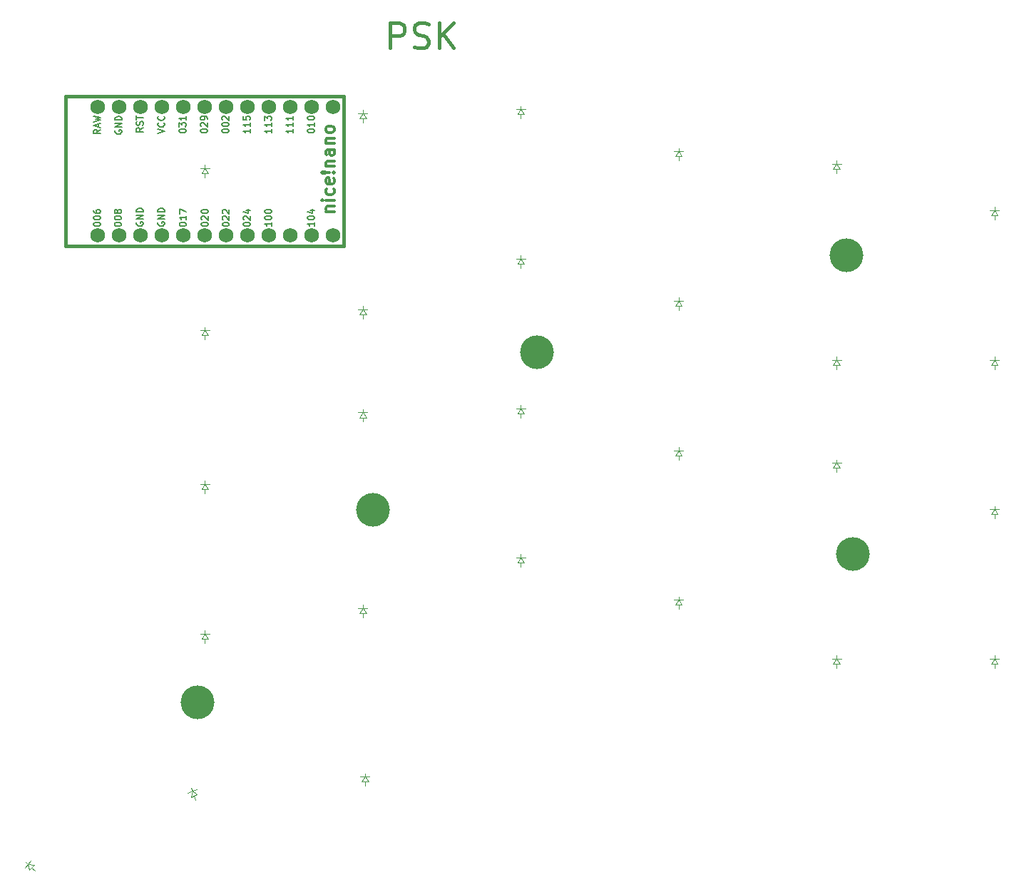
<source format=gbr>
%TF.GenerationSoftware,KiCad,Pcbnew,8.0.7*%
%TF.CreationDate,2024-12-27T12:50:11-06:00*%
%TF.ProjectId,right,72696768-742e-46b6-9963-61645f706362,v1.0.0*%
%TF.SameCoordinates,Original*%
%TF.FileFunction,Legend,Top*%
%TF.FilePolarity,Positive*%
%FSLAX46Y46*%
G04 Gerber Fmt 4.6, Leading zero omitted, Abs format (unit mm)*
G04 Created by KiCad (PCBNEW 8.0.7) date 2024-12-27 12:50:11*
%MOMM*%
%LPD*%
G01*
G04 APERTURE LIST*
%ADD10C,0.400000*%
%ADD11C,0.150000*%
%ADD12C,0.300000*%
%ADD13C,0.100000*%
%ADD14C,0.381000*%
%ADD15C,4.000000*%
%ADD16C,1.752600*%
G04 APERTURE END LIST*
D10*
X323527442Y-80617057D02*
X323527442Y-77617057D01*
X323527442Y-77617057D02*
X324670299Y-77617057D01*
X324670299Y-77617057D02*
X324956014Y-77759914D01*
X324956014Y-77759914D02*
X325098871Y-77902771D01*
X325098871Y-77902771D02*
X325241728Y-78188485D01*
X325241728Y-78188485D02*
X325241728Y-78617057D01*
X325241728Y-78617057D02*
X325098871Y-78902771D01*
X325098871Y-78902771D02*
X324956014Y-79045628D01*
X324956014Y-79045628D02*
X324670299Y-79188485D01*
X324670299Y-79188485D02*
X323527442Y-79188485D01*
X326384585Y-80474200D02*
X326813157Y-80617057D01*
X326813157Y-80617057D02*
X327527442Y-80617057D01*
X327527442Y-80617057D02*
X327813157Y-80474200D01*
X327813157Y-80474200D02*
X327956014Y-80331342D01*
X327956014Y-80331342D02*
X328098871Y-80045628D01*
X328098871Y-80045628D02*
X328098871Y-79759914D01*
X328098871Y-79759914D02*
X327956014Y-79474200D01*
X327956014Y-79474200D02*
X327813157Y-79331342D01*
X327813157Y-79331342D02*
X327527442Y-79188485D01*
X327527442Y-79188485D02*
X326956014Y-79045628D01*
X326956014Y-79045628D02*
X326670299Y-78902771D01*
X326670299Y-78902771D02*
X326527442Y-78759914D01*
X326527442Y-78759914D02*
X326384585Y-78474200D01*
X326384585Y-78474200D02*
X326384585Y-78188485D01*
X326384585Y-78188485D02*
X326527442Y-77902771D01*
X326527442Y-77902771D02*
X326670299Y-77759914D01*
X326670299Y-77759914D02*
X326956014Y-77617057D01*
X326956014Y-77617057D02*
X327670299Y-77617057D01*
X327670299Y-77617057D02*
X328098871Y-77759914D01*
X329384585Y-80617057D02*
X329384585Y-77617057D01*
X331098871Y-80617057D02*
X329813157Y-78902771D01*
X331098871Y-77617057D02*
X329384585Y-79331342D01*
D11*
X312002295Y-90246142D02*
X312002295Y-90703285D01*
X312002295Y-90474713D02*
X311202295Y-90474713D01*
X311202295Y-90474713D02*
X311316580Y-90550904D01*
X311316580Y-90550904D02*
X311392771Y-90627094D01*
X311392771Y-90627094D02*
X311430866Y-90703285D01*
X312002295Y-89484237D02*
X312002295Y-89941380D01*
X312002295Y-89712808D02*
X311202295Y-89712808D01*
X311202295Y-89712808D02*
X311316580Y-89788999D01*
X311316580Y-89788999D02*
X311392771Y-89865189D01*
X311392771Y-89865189D02*
X311430866Y-89941380D01*
X312002295Y-88722332D02*
X312002295Y-89179475D01*
X312002295Y-88950903D02*
X311202295Y-88950903D01*
X311202295Y-88950903D02*
X311316580Y-89027094D01*
X311316580Y-89027094D02*
X311392771Y-89103284D01*
X311392771Y-89103284D02*
X311430866Y-89179475D01*
X306122295Y-101587189D02*
X306122295Y-101510999D01*
X306122295Y-101510999D02*
X306160390Y-101434808D01*
X306160390Y-101434808D02*
X306198485Y-101396713D01*
X306198485Y-101396713D02*
X306274676Y-101358618D01*
X306274676Y-101358618D02*
X306427057Y-101320523D01*
X306427057Y-101320523D02*
X306617533Y-101320523D01*
X306617533Y-101320523D02*
X306769914Y-101358618D01*
X306769914Y-101358618D02*
X306846104Y-101396713D01*
X306846104Y-101396713D02*
X306884200Y-101434808D01*
X306884200Y-101434808D02*
X306922295Y-101510999D01*
X306922295Y-101510999D02*
X306922295Y-101587189D01*
X306922295Y-101587189D02*
X306884200Y-101663380D01*
X306884200Y-101663380D02*
X306846104Y-101701475D01*
X306846104Y-101701475D02*
X306769914Y-101739570D01*
X306769914Y-101739570D02*
X306617533Y-101777666D01*
X306617533Y-101777666D02*
X306427057Y-101777666D01*
X306427057Y-101777666D02*
X306274676Y-101739570D01*
X306274676Y-101739570D02*
X306198485Y-101701475D01*
X306198485Y-101701475D02*
X306160390Y-101663380D01*
X306160390Y-101663380D02*
X306122295Y-101587189D01*
X306198485Y-101015761D02*
X306160390Y-100977665D01*
X306160390Y-100977665D02*
X306122295Y-100901475D01*
X306122295Y-100901475D02*
X306122295Y-100710999D01*
X306122295Y-100710999D02*
X306160390Y-100634808D01*
X306160390Y-100634808D02*
X306198485Y-100596713D01*
X306198485Y-100596713D02*
X306274676Y-100558618D01*
X306274676Y-100558618D02*
X306350866Y-100558618D01*
X306350866Y-100558618D02*
X306465152Y-100596713D01*
X306465152Y-100596713D02*
X306922295Y-101053856D01*
X306922295Y-101053856D02*
X306922295Y-100558618D01*
X306388961Y-99872903D02*
X306922295Y-99872903D01*
X306084200Y-100063379D02*
X306655628Y-100253856D01*
X306655628Y-100253856D02*
X306655628Y-99758617D01*
X309462295Y-90246142D02*
X309462295Y-90703285D01*
X309462295Y-90474713D02*
X308662295Y-90474713D01*
X308662295Y-90474713D02*
X308776580Y-90550904D01*
X308776580Y-90550904D02*
X308852771Y-90627094D01*
X308852771Y-90627094D02*
X308890866Y-90703285D01*
X309462295Y-89484237D02*
X309462295Y-89941380D01*
X309462295Y-89712808D02*
X308662295Y-89712808D01*
X308662295Y-89712808D02*
X308776580Y-89788999D01*
X308776580Y-89788999D02*
X308852771Y-89865189D01*
X308852771Y-89865189D02*
X308890866Y-89941380D01*
X308662295Y-89217570D02*
X308662295Y-88722332D01*
X308662295Y-88722332D02*
X308967057Y-88988998D01*
X308967057Y-88988998D02*
X308967057Y-88874713D01*
X308967057Y-88874713D02*
X309005152Y-88798522D01*
X309005152Y-88798522D02*
X309043247Y-88760427D01*
X309043247Y-88760427D02*
X309119438Y-88722332D01*
X309119438Y-88722332D02*
X309309914Y-88722332D01*
X309309914Y-88722332D02*
X309386104Y-88760427D01*
X309386104Y-88760427D02*
X309424200Y-88798522D01*
X309424200Y-88798522D02*
X309462295Y-88874713D01*
X309462295Y-88874713D02*
X309462295Y-89103284D01*
X309462295Y-89103284D02*
X309424200Y-89179475D01*
X309424200Y-89179475D02*
X309386104Y-89217570D01*
X294222295Y-90100094D02*
X293841342Y-90366761D01*
X294222295Y-90557237D02*
X293422295Y-90557237D01*
X293422295Y-90557237D02*
X293422295Y-90252475D01*
X293422295Y-90252475D02*
X293460390Y-90176285D01*
X293460390Y-90176285D02*
X293498485Y-90138190D01*
X293498485Y-90138190D02*
X293574676Y-90100094D01*
X293574676Y-90100094D02*
X293688961Y-90100094D01*
X293688961Y-90100094D02*
X293765152Y-90138190D01*
X293765152Y-90138190D02*
X293803247Y-90176285D01*
X293803247Y-90176285D02*
X293841342Y-90252475D01*
X293841342Y-90252475D02*
X293841342Y-90557237D01*
X294184200Y-89795333D02*
X294222295Y-89681047D01*
X294222295Y-89681047D02*
X294222295Y-89490571D01*
X294222295Y-89490571D02*
X294184200Y-89414380D01*
X294184200Y-89414380D02*
X294146104Y-89376285D01*
X294146104Y-89376285D02*
X294069914Y-89338190D01*
X294069914Y-89338190D02*
X293993723Y-89338190D01*
X293993723Y-89338190D02*
X293917533Y-89376285D01*
X293917533Y-89376285D02*
X293879438Y-89414380D01*
X293879438Y-89414380D02*
X293841342Y-89490571D01*
X293841342Y-89490571D02*
X293803247Y-89642952D01*
X293803247Y-89642952D02*
X293765152Y-89719142D01*
X293765152Y-89719142D02*
X293727057Y-89757237D01*
X293727057Y-89757237D02*
X293650866Y-89795333D01*
X293650866Y-89795333D02*
X293574676Y-89795333D01*
X293574676Y-89795333D02*
X293498485Y-89757237D01*
X293498485Y-89757237D02*
X293460390Y-89719142D01*
X293460390Y-89719142D02*
X293422295Y-89642952D01*
X293422295Y-89642952D02*
X293422295Y-89452475D01*
X293422295Y-89452475D02*
X293460390Y-89338190D01*
X293422295Y-89109618D02*
X293422295Y-88652475D01*
X294222295Y-88881047D02*
X293422295Y-88881047D01*
X290920390Y-90404856D02*
X290882295Y-90481046D01*
X290882295Y-90481046D02*
X290882295Y-90595332D01*
X290882295Y-90595332D02*
X290920390Y-90709618D01*
X290920390Y-90709618D02*
X290996580Y-90785808D01*
X290996580Y-90785808D02*
X291072771Y-90823903D01*
X291072771Y-90823903D02*
X291225152Y-90861999D01*
X291225152Y-90861999D02*
X291339438Y-90861999D01*
X291339438Y-90861999D02*
X291491819Y-90823903D01*
X291491819Y-90823903D02*
X291568009Y-90785808D01*
X291568009Y-90785808D02*
X291644200Y-90709618D01*
X291644200Y-90709618D02*
X291682295Y-90595332D01*
X291682295Y-90595332D02*
X291682295Y-90519141D01*
X291682295Y-90519141D02*
X291644200Y-90404856D01*
X291644200Y-90404856D02*
X291606104Y-90366760D01*
X291606104Y-90366760D02*
X291339438Y-90366760D01*
X291339438Y-90366760D02*
X291339438Y-90519141D01*
X291682295Y-90023903D02*
X290882295Y-90023903D01*
X290882295Y-90023903D02*
X291682295Y-89566760D01*
X291682295Y-89566760D02*
X290882295Y-89566760D01*
X291682295Y-89185808D02*
X290882295Y-89185808D01*
X290882295Y-89185808D02*
X290882295Y-88995332D01*
X290882295Y-88995332D02*
X290920390Y-88881046D01*
X290920390Y-88881046D02*
X290996580Y-88804856D01*
X290996580Y-88804856D02*
X291072771Y-88766761D01*
X291072771Y-88766761D02*
X291225152Y-88728665D01*
X291225152Y-88728665D02*
X291339438Y-88728665D01*
X291339438Y-88728665D02*
X291491819Y-88766761D01*
X291491819Y-88766761D02*
X291568009Y-88804856D01*
X291568009Y-88804856D02*
X291644200Y-88881046D01*
X291644200Y-88881046D02*
X291682295Y-88995332D01*
X291682295Y-88995332D02*
X291682295Y-89185808D01*
X298512295Y-101587189D02*
X298512295Y-101510999D01*
X298512295Y-101510999D02*
X298550390Y-101434808D01*
X298550390Y-101434808D02*
X298588485Y-101396713D01*
X298588485Y-101396713D02*
X298664676Y-101358618D01*
X298664676Y-101358618D02*
X298817057Y-101320523D01*
X298817057Y-101320523D02*
X299007533Y-101320523D01*
X299007533Y-101320523D02*
X299159914Y-101358618D01*
X299159914Y-101358618D02*
X299236104Y-101396713D01*
X299236104Y-101396713D02*
X299274200Y-101434808D01*
X299274200Y-101434808D02*
X299312295Y-101510999D01*
X299312295Y-101510999D02*
X299312295Y-101587189D01*
X299312295Y-101587189D02*
X299274200Y-101663380D01*
X299274200Y-101663380D02*
X299236104Y-101701475D01*
X299236104Y-101701475D02*
X299159914Y-101739570D01*
X299159914Y-101739570D02*
X299007533Y-101777666D01*
X299007533Y-101777666D02*
X298817057Y-101777666D01*
X298817057Y-101777666D02*
X298664676Y-101739570D01*
X298664676Y-101739570D02*
X298588485Y-101701475D01*
X298588485Y-101701475D02*
X298550390Y-101663380D01*
X298550390Y-101663380D02*
X298512295Y-101587189D01*
X299312295Y-100558618D02*
X299312295Y-101015761D01*
X299312295Y-100787189D02*
X298512295Y-100787189D01*
X298512295Y-100787189D02*
X298626580Y-100863380D01*
X298626580Y-100863380D02*
X298702771Y-100939570D01*
X298702771Y-100939570D02*
X298740866Y-101015761D01*
X298512295Y-100291951D02*
X298512295Y-99758617D01*
X298512295Y-99758617D02*
X299312295Y-100101475D01*
X301112295Y-101587189D02*
X301112295Y-101510999D01*
X301112295Y-101510999D02*
X301150390Y-101434808D01*
X301150390Y-101434808D02*
X301188485Y-101396713D01*
X301188485Y-101396713D02*
X301264676Y-101358618D01*
X301264676Y-101358618D02*
X301417057Y-101320523D01*
X301417057Y-101320523D02*
X301607533Y-101320523D01*
X301607533Y-101320523D02*
X301759914Y-101358618D01*
X301759914Y-101358618D02*
X301836104Y-101396713D01*
X301836104Y-101396713D02*
X301874200Y-101434808D01*
X301874200Y-101434808D02*
X301912295Y-101510999D01*
X301912295Y-101510999D02*
X301912295Y-101587189D01*
X301912295Y-101587189D02*
X301874200Y-101663380D01*
X301874200Y-101663380D02*
X301836104Y-101701475D01*
X301836104Y-101701475D02*
X301759914Y-101739570D01*
X301759914Y-101739570D02*
X301607533Y-101777666D01*
X301607533Y-101777666D02*
X301417057Y-101777666D01*
X301417057Y-101777666D02*
X301264676Y-101739570D01*
X301264676Y-101739570D02*
X301188485Y-101701475D01*
X301188485Y-101701475D02*
X301150390Y-101663380D01*
X301150390Y-101663380D02*
X301112295Y-101587189D01*
X301188485Y-101015761D02*
X301150390Y-100977665D01*
X301150390Y-100977665D02*
X301112295Y-100901475D01*
X301112295Y-100901475D02*
X301112295Y-100710999D01*
X301112295Y-100710999D02*
X301150390Y-100634808D01*
X301150390Y-100634808D02*
X301188485Y-100596713D01*
X301188485Y-100596713D02*
X301264676Y-100558618D01*
X301264676Y-100558618D02*
X301340866Y-100558618D01*
X301340866Y-100558618D02*
X301455152Y-100596713D01*
X301455152Y-100596713D02*
X301912295Y-101053856D01*
X301912295Y-101053856D02*
X301912295Y-100558618D01*
X301112295Y-100063379D02*
X301112295Y-99987189D01*
X301112295Y-99987189D02*
X301150390Y-99910998D01*
X301150390Y-99910998D02*
X301188485Y-99872903D01*
X301188485Y-99872903D02*
X301264676Y-99834808D01*
X301264676Y-99834808D02*
X301417057Y-99796713D01*
X301417057Y-99796713D02*
X301607533Y-99796713D01*
X301607533Y-99796713D02*
X301759914Y-99834808D01*
X301759914Y-99834808D02*
X301836104Y-99872903D01*
X301836104Y-99872903D02*
X301874200Y-99910998D01*
X301874200Y-99910998D02*
X301912295Y-99987189D01*
X301912295Y-99987189D02*
X301912295Y-100063379D01*
X301912295Y-100063379D02*
X301874200Y-100139570D01*
X301874200Y-100139570D02*
X301836104Y-100177665D01*
X301836104Y-100177665D02*
X301759914Y-100215760D01*
X301759914Y-100215760D02*
X301607533Y-100253856D01*
X301607533Y-100253856D02*
X301417057Y-100253856D01*
X301417057Y-100253856D02*
X301264676Y-100215760D01*
X301264676Y-100215760D02*
X301188485Y-100177665D01*
X301188485Y-100177665D02*
X301150390Y-100139570D01*
X301150390Y-100139570D02*
X301112295Y-100063379D01*
X290812295Y-101587189D02*
X290812295Y-101510999D01*
X290812295Y-101510999D02*
X290850390Y-101434808D01*
X290850390Y-101434808D02*
X290888485Y-101396713D01*
X290888485Y-101396713D02*
X290964676Y-101358618D01*
X290964676Y-101358618D02*
X291117057Y-101320523D01*
X291117057Y-101320523D02*
X291307533Y-101320523D01*
X291307533Y-101320523D02*
X291459914Y-101358618D01*
X291459914Y-101358618D02*
X291536104Y-101396713D01*
X291536104Y-101396713D02*
X291574200Y-101434808D01*
X291574200Y-101434808D02*
X291612295Y-101510999D01*
X291612295Y-101510999D02*
X291612295Y-101587189D01*
X291612295Y-101587189D02*
X291574200Y-101663380D01*
X291574200Y-101663380D02*
X291536104Y-101701475D01*
X291536104Y-101701475D02*
X291459914Y-101739570D01*
X291459914Y-101739570D02*
X291307533Y-101777666D01*
X291307533Y-101777666D02*
X291117057Y-101777666D01*
X291117057Y-101777666D02*
X290964676Y-101739570D01*
X290964676Y-101739570D02*
X290888485Y-101701475D01*
X290888485Y-101701475D02*
X290850390Y-101663380D01*
X290850390Y-101663380D02*
X290812295Y-101587189D01*
X290812295Y-100825284D02*
X290812295Y-100749094D01*
X290812295Y-100749094D02*
X290850390Y-100672903D01*
X290850390Y-100672903D02*
X290888485Y-100634808D01*
X290888485Y-100634808D02*
X290964676Y-100596713D01*
X290964676Y-100596713D02*
X291117057Y-100558618D01*
X291117057Y-100558618D02*
X291307533Y-100558618D01*
X291307533Y-100558618D02*
X291459914Y-100596713D01*
X291459914Y-100596713D02*
X291536104Y-100634808D01*
X291536104Y-100634808D02*
X291574200Y-100672903D01*
X291574200Y-100672903D02*
X291612295Y-100749094D01*
X291612295Y-100749094D02*
X291612295Y-100825284D01*
X291612295Y-100825284D02*
X291574200Y-100901475D01*
X291574200Y-100901475D02*
X291536104Y-100939570D01*
X291536104Y-100939570D02*
X291459914Y-100977665D01*
X291459914Y-100977665D02*
X291307533Y-101015761D01*
X291307533Y-101015761D02*
X291117057Y-101015761D01*
X291117057Y-101015761D02*
X290964676Y-100977665D01*
X290964676Y-100977665D02*
X290888485Y-100939570D01*
X290888485Y-100939570D02*
X290850390Y-100901475D01*
X290850390Y-100901475D02*
X290812295Y-100825284D01*
X291155152Y-100101475D02*
X291117057Y-100177665D01*
X291117057Y-100177665D02*
X291078961Y-100215760D01*
X291078961Y-100215760D02*
X291002771Y-100253856D01*
X291002771Y-100253856D02*
X290964676Y-100253856D01*
X290964676Y-100253856D02*
X290888485Y-100215760D01*
X290888485Y-100215760D02*
X290850390Y-100177665D01*
X290850390Y-100177665D02*
X290812295Y-100101475D01*
X290812295Y-100101475D02*
X290812295Y-99949094D01*
X290812295Y-99949094D02*
X290850390Y-99872903D01*
X290850390Y-99872903D02*
X290888485Y-99834808D01*
X290888485Y-99834808D02*
X290964676Y-99796713D01*
X290964676Y-99796713D02*
X291002771Y-99796713D01*
X291002771Y-99796713D02*
X291078961Y-99834808D01*
X291078961Y-99834808D02*
X291117057Y-99872903D01*
X291117057Y-99872903D02*
X291155152Y-99949094D01*
X291155152Y-99949094D02*
X291155152Y-100101475D01*
X291155152Y-100101475D02*
X291193247Y-100177665D01*
X291193247Y-100177665D02*
X291231342Y-100215760D01*
X291231342Y-100215760D02*
X291307533Y-100253856D01*
X291307533Y-100253856D02*
X291459914Y-100253856D01*
X291459914Y-100253856D02*
X291536104Y-100215760D01*
X291536104Y-100215760D02*
X291574200Y-100177665D01*
X291574200Y-100177665D02*
X291612295Y-100101475D01*
X291612295Y-100101475D02*
X291612295Y-99949094D01*
X291612295Y-99949094D02*
X291574200Y-99872903D01*
X291574200Y-99872903D02*
X291536104Y-99834808D01*
X291536104Y-99834808D02*
X291459914Y-99796713D01*
X291459914Y-99796713D02*
X291307533Y-99796713D01*
X291307533Y-99796713D02*
X291231342Y-99834808D01*
X291231342Y-99834808D02*
X291193247Y-99872903D01*
X291193247Y-99872903D02*
X291155152Y-99949094D01*
X296000390Y-101320523D02*
X295962295Y-101396713D01*
X295962295Y-101396713D02*
X295962295Y-101510999D01*
X295962295Y-101510999D02*
X296000390Y-101625285D01*
X296000390Y-101625285D02*
X296076580Y-101701475D01*
X296076580Y-101701475D02*
X296152771Y-101739570D01*
X296152771Y-101739570D02*
X296305152Y-101777666D01*
X296305152Y-101777666D02*
X296419438Y-101777666D01*
X296419438Y-101777666D02*
X296571819Y-101739570D01*
X296571819Y-101739570D02*
X296648009Y-101701475D01*
X296648009Y-101701475D02*
X296724200Y-101625285D01*
X296724200Y-101625285D02*
X296762295Y-101510999D01*
X296762295Y-101510999D02*
X296762295Y-101434808D01*
X296762295Y-101434808D02*
X296724200Y-101320523D01*
X296724200Y-101320523D02*
X296686104Y-101282427D01*
X296686104Y-101282427D02*
X296419438Y-101282427D01*
X296419438Y-101282427D02*
X296419438Y-101434808D01*
X296762295Y-100939570D02*
X295962295Y-100939570D01*
X295962295Y-100939570D02*
X296762295Y-100482427D01*
X296762295Y-100482427D02*
X295962295Y-100482427D01*
X296762295Y-100101475D02*
X295962295Y-100101475D01*
X295962295Y-100101475D02*
X295962295Y-99910999D01*
X295962295Y-99910999D02*
X296000390Y-99796713D01*
X296000390Y-99796713D02*
X296076580Y-99720523D01*
X296076580Y-99720523D02*
X296152771Y-99682428D01*
X296152771Y-99682428D02*
X296305152Y-99644332D01*
X296305152Y-99644332D02*
X296419438Y-99644332D01*
X296419438Y-99644332D02*
X296571819Y-99682428D01*
X296571819Y-99682428D02*
X296648009Y-99720523D01*
X296648009Y-99720523D02*
X296724200Y-99796713D01*
X296724200Y-99796713D02*
X296762295Y-99910999D01*
X296762295Y-99910999D02*
X296762295Y-100101475D01*
X298502295Y-90512808D02*
X298502295Y-90436618D01*
X298502295Y-90436618D02*
X298540390Y-90360427D01*
X298540390Y-90360427D02*
X298578485Y-90322332D01*
X298578485Y-90322332D02*
X298654676Y-90284237D01*
X298654676Y-90284237D02*
X298807057Y-90246142D01*
X298807057Y-90246142D02*
X298997533Y-90246142D01*
X298997533Y-90246142D02*
X299149914Y-90284237D01*
X299149914Y-90284237D02*
X299226104Y-90322332D01*
X299226104Y-90322332D02*
X299264200Y-90360427D01*
X299264200Y-90360427D02*
X299302295Y-90436618D01*
X299302295Y-90436618D02*
X299302295Y-90512808D01*
X299302295Y-90512808D02*
X299264200Y-90588999D01*
X299264200Y-90588999D02*
X299226104Y-90627094D01*
X299226104Y-90627094D02*
X299149914Y-90665189D01*
X299149914Y-90665189D02*
X298997533Y-90703285D01*
X298997533Y-90703285D02*
X298807057Y-90703285D01*
X298807057Y-90703285D02*
X298654676Y-90665189D01*
X298654676Y-90665189D02*
X298578485Y-90627094D01*
X298578485Y-90627094D02*
X298540390Y-90588999D01*
X298540390Y-90588999D02*
X298502295Y-90512808D01*
X298502295Y-89979475D02*
X298502295Y-89484237D01*
X298502295Y-89484237D02*
X298807057Y-89750903D01*
X298807057Y-89750903D02*
X298807057Y-89636618D01*
X298807057Y-89636618D02*
X298845152Y-89560427D01*
X298845152Y-89560427D02*
X298883247Y-89522332D01*
X298883247Y-89522332D02*
X298959438Y-89484237D01*
X298959438Y-89484237D02*
X299149914Y-89484237D01*
X299149914Y-89484237D02*
X299226104Y-89522332D01*
X299226104Y-89522332D02*
X299264200Y-89560427D01*
X299264200Y-89560427D02*
X299302295Y-89636618D01*
X299302295Y-89636618D02*
X299302295Y-89865189D01*
X299302295Y-89865189D02*
X299264200Y-89941380D01*
X299264200Y-89941380D02*
X299226104Y-89979475D01*
X299302295Y-88722332D02*
X299302295Y-89179475D01*
X299302295Y-88950903D02*
X298502295Y-88950903D01*
X298502295Y-88950903D02*
X298616580Y-89027094D01*
X298616580Y-89027094D02*
X298692771Y-89103284D01*
X298692771Y-89103284D02*
X298730866Y-89179475D01*
D12*
X315890328Y-100031714D02*
X316890328Y-100031714D01*
X316033185Y-100031714D02*
X315961757Y-99960285D01*
X315961757Y-99960285D02*
X315890328Y-99817428D01*
X315890328Y-99817428D02*
X315890328Y-99603142D01*
X315890328Y-99603142D02*
X315961757Y-99460285D01*
X315961757Y-99460285D02*
X316104614Y-99388857D01*
X316104614Y-99388857D02*
X316890328Y-99388857D01*
X316890328Y-98674571D02*
X315890328Y-98674571D01*
X315390328Y-98674571D02*
X315461757Y-98745999D01*
X315461757Y-98745999D02*
X315533185Y-98674571D01*
X315533185Y-98674571D02*
X315461757Y-98603142D01*
X315461757Y-98603142D02*
X315390328Y-98674571D01*
X315390328Y-98674571D02*
X315533185Y-98674571D01*
X316818900Y-97317428D02*
X316890328Y-97460285D01*
X316890328Y-97460285D02*
X316890328Y-97745999D01*
X316890328Y-97745999D02*
X316818900Y-97888856D01*
X316818900Y-97888856D02*
X316747471Y-97960285D01*
X316747471Y-97960285D02*
X316604614Y-98031713D01*
X316604614Y-98031713D02*
X316176042Y-98031713D01*
X316176042Y-98031713D02*
X316033185Y-97960285D01*
X316033185Y-97960285D02*
X315961757Y-97888856D01*
X315961757Y-97888856D02*
X315890328Y-97745999D01*
X315890328Y-97745999D02*
X315890328Y-97460285D01*
X315890328Y-97460285D02*
X315961757Y-97317428D01*
X316818900Y-96103142D02*
X316890328Y-96245999D01*
X316890328Y-96245999D02*
X316890328Y-96531714D01*
X316890328Y-96531714D02*
X316818900Y-96674571D01*
X316818900Y-96674571D02*
X316676042Y-96745999D01*
X316676042Y-96745999D02*
X316104614Y-96745999D01*
X316104614Y-96745999D02*
X315961757Y-96674571D01*
X315961757Y-96674571D02*
X315890328Y-96531714D01*
X315890328Y-96531714D02*
X315890328Y-96245999D01*
X315890328Y-96245999D02*
X315961757Y-96103142D01*
X315961757Y-96103142D02*
X316104614Y-96031714D01*
X316104614Y-96031714D02*
X316247471Y-96031714D01*
X316247471Y-96031714D02*
X316390328Y-96745999D01*
X316747471Y-95388857D02*
X316818900Y-95317428D01*
X316818900Y-95317428D02*
X316890328Y-95388857D01*
X316890328Y-95388857D02*
X316818900Y-95460285D01*
X316818900Y-95460285D02*
X316747471Y-95388857D01*
X316747471Y-95388857D02*
X316890328Y-95388857D01*
X316318900Y-95388857D02*
X315461757Y-95460285D01*
X315461757Y-95460285D02*
X315390328Y-95388857D01*
X315390328Y-95388857D02*
X315461757Y-95317428D01*
X315461757Y-95317428D02*
X316318900Y-95388857D01*
X316318900Y-95388857D02*
X315390328Y-95388857D01*
X315890328Y-94674571D02*
X316890328Y-94674571D01*
X316033185Y-94674571D02*
X315961757Y-94603142D01*
X315961757Y-94603142D02*
X315890328Y-94460285D01*
X315890328Y-94460285D02*
X315890328Y-94245999D01*
X315890328Y-94245999D02*
X315961757Y-94103142D01*
X315961757Y-94103142D02*
X316104614Y-94031714D01*
X316104614Y-94031714D02*
X316890328Y-94031714D01*
X316890328Y-92674571D02*
X316104614Y-92674571D01*
X316104614Y-92674571D02*
X315961757Y-92745999D01*
X315961757Y-92745999D02*
X315890328Y-92888856D01*
X315890328Y-92888856D02*
X315890328Y-93174571D01*
X315890328Y-93174571D02*
X315961757Y-93317428D01*
X316818900Y-92674571D02*
X316890328Y-92817428D01*
X316890328Y-92817428D02*
X316890328Y-93174571D01*
X316890328Y-93174571D02*
X316818900Y-93317428D01*
X316818900Y-93317428D02*
X316676042Y-93388856D01*
X316676042Y-93388856D02*
X316533185Y-93388856D01*
X316533185Y-93388856D02*
X316390328Y-93317428D01*
X316390328Y-93317428D02*
X316318900Y-93174571D01*
X316318900Y-93174571D02*
X316318900Y-92817428D01*
X316318900Y-92817428D02*
X316247471Y-92674571D01*
X315890328Y-91960285D02*
X316890328Y-91960285D01*
X316033185Y-91960285D02*
X315961757Y-91888856D01*
X315961757Y-91888856D02*
X315890328Y-91745999D01*
X315890328Y-91745999D02*
X315890328Y-91531713D01*
X315890328Y-91531713D02*
X315961757Y-91388856D01*
X315961757Y-91388856D02*
X316104614Y-91317428D01*
X316104614Y-91317428D02*
X316890328Y-91317428D01*
X316890328Y-90388856D02*
X316818900Y-90531713D01*
X316818900Y-90531713D02*
X316747471Y-90603142D01*
X316747471Y-90603142D02*
X316604614Y-90674570D01*
X316604614Y-90674570D02*
X316176042Y-90674570D01*
X316176042Y-90674570D02*
X316033185Y-90603142D01*
X316033185Y-90603142D02*
X315961757Y-90531713D01*
X315961757Y-90531713D02*
X315890328Y-90388856D01*
X315890328Y-90388856D02*
X315890328Y-90174570D01*
X315890328Y-90174570D02*
X315961757Y-90031713D01*
X315961757Y-90031713D02*
X316033185Y-89960285D01*
X316033185Y-89960285D02*
X316176042Y-89888856D01*
X316176042Y-89888856D02*
X316604614Y-89888856D01*
X316604614Y-89888856D02*
X316747471Y-89960285D01*
X316747471Y-89960285D02*
X316818900Y-90031713D01*
X316818900Y-90031713D02*
X316890328Y-90174570D01*
X316890328Y-90174570D02*
X316890328Y-90388856D01*
D11*
X309462295Y-101320523D02*
X309462295Y-101777666D01*
X309462295Y-101549094D02*
X308662295Y-101549094D01*
X308662295Y-101549094D02*
X308776580Y-101625285D01*
X308776580Y-101625285D02*
X308852771Y-101701475D01*
X308852771Y-101701475D02*
X308890866Y-101777666D01*
X308662295Y-100825284D02*
X308662295Y-100749094D01*
X308662295Y-100749094D02*
X308700390Y-100672903D01*
X308700390Y-100672903D02*
X308738485Y-100634808D01*
X308738485Y-100634808D02*
X308814676Y-100596713D01*
X308814676Y-100596713D02*
X308967057Y-100558618D01*
X308967057Y-100558618D02*
X309157533Y-100558618D01*
X309157533Y-100558618D02*
X309309914Y-100596713D01*
X309309914Y-100596713D02*
X309386104Y-100634808D01*
X309386104Y-100634808D02*
X309424200Y-100672903D01*
X309424200Y-100672903D02*
X309462295Y-100749094D01*
X309462295Y-100749094D02*
X309462295Y-100825284D01*
X309462295Y-100825284D02*
X309424200Y-100901475D01*
X309424200Y-100901475D02*
X309386104Y-100939570D01*
X309386104Y-100939570D02*
X309309914Y-100977665D01*
X309309914Y-100977665D02*
X309157533Y-101015761D01*
X309157533Y-101015761D02*
X308967057Y-101015761D01*
X308967057Y-101015761D02*
X308814676Y-100977665D01*
X308814676Y-100977665D02*
X308738485Y-100939570D01*
X308738485Y-100939570D02*
X308700390Y-100901475D01*
X308700390Y-100901475D02*
X308662295Y-100825284D01*
X308662295Y-100063379D02*
X308662295Y-99987189D01*
X308662295Y-99987189D02*
X308700390Y-99910998D01*
X308700390Y-99910998D02*
X308738485Y-99872903D01*
X308738485Y-99872903D02*
X308814676Y-99834808D01*
X308814676Y-99834808D02*
X308967057Y-99796713D01*
X308967057Y-99796713D02*
X309157533Y-99796713D01*
X309157533Y-99796713D02*
X309309914Y-99834808D01*
X309309914Y-99834808D02*
X309386104Y-99872903D01*
X309386104Y-99872903D02*
X309424200Y-99910998D01*
X309424200Y-99910998D02*
X309462295Y-99987189D01*
X309462295Y-99987189D02*
X309462295Y-100063379D01*
X309462295Y-100063379D02*
X309424200Y-100139570D01*
X309424200Y-100139570D02*
X309386104Y-100177665D01*
X309386104Y-100177665D02*
X309309914Y-100215760D01*
X309309914Y-100215760D02*
X309157533Y-100253856D01*
X309157533Y-100253856D02*
X308967057Y-100253856D01*
X308967057Y-100253856D02*
X308814676Y-100215760D01*
X308814676Y-100215760D02*
X308738485Y-100177665D01*
X308738485Y-100177665D02*
X308700390Y-100139570D01*
X308700390Y-100139570D02*
X308662295Y-100063379D01*
X293460390Y-101320523D02*
X293422295Y-101396713D01*
X293422295Y-101396713D02*
X293422295Y-101510999D01*
X293422295Y-101510999D02*
X293460390Y-101625285D01*
X293460390Y-101625285D02*
X293536580Y-101701475D01*
X293536580Y-101701475D02*
X293612771Y-101739570D01*
X293612771Y-101739570D02*
X293765152Y-101777666D01*
X293765152Y-101777666D02*
X293879438Y-101777666D01*
X293879438Y-101777666D02*
X294031819Y-101739570D01*
X294031819Y-101739570D02*
X294108009Y-101701475D01*
X294108009Y-101701475D02*
X294184200Y-101625285D01*
X294184200Y-101625285D02*
X294222295Y-101510999D01*
X294222295Y-101510999D02*
X294222295Y-101434808D01*
X294222295Y-101434808D02*
X294184200Y-101320523D01*
X294184200Y-101320523D02*
X294146104Y-101282427D01*
X294146104Y-101282427D02*
X293879438Y-101282427D01*
X293879438Y-101282427D02*
X293879438Y-101434808D01*
X294222295Y-100939570D02*
X293422295Y-100939570D01*
X293422295Y-100939570D02*
X294222295Y-100482427D01*
X294222295Y-100482427D02*
X293422295Y-100482427D01*
X294222295Y-100101475D02*
X293422295Y-100101475D01*
X293422295Y-100101475D02*
X293422295Y-99910999D01*
X293422295Y-99910999D02*
X293460390Y-99796713D01*
X293460390Y-99796713D02*
X293536580Y-99720523D01*
X293536580Y-99720523D02*
X293612771Y-99682428D01*
X293612771Y-99682428D02*
X293765152Y-99644332D01*
X293765152Y-99644332D02*
X293879438Y-99644332D01*
X293879438Y-99644332D02*
X294031819Y-99682428D01*
X294031819Y-99682428D02*
X294108009Y-99720523D01*
X294108009Y-99720523D02*
X294184200Y-99796713D01*
X294184200Y-99796713D02*
X294222295Y-99910999D01*
X294222295Y-99910999D02*
X294222295Y-100101475D01*
X301042295Y-90512808D02*
X301042295Y-90436618D01*
X301042295Y-90436618D02*
X301080390Y-90360427D01*
X301080390Y-90360427D02*
X301118485Y-90322332D01*
X301118485Y-90322332D02*
X301194676Y-90284237D01*
X301194676Y-90284237D02*
X301347057Y-90246142D01*
X301347057Y-90246142D02*
X301537533Y-90246142D01*
X301537533Y-90246142D02*
X301689914Y-90284237D01*
X301689914Y-90284237D02*
X301766104Y-90322332D01*
X301766104Y-90322332D02*
X301804200Y-90360427D01*
X301804200Y-90360427D02*
X301842295Y-90436618D01*
X301842295Y-90436618D02*
X301842295Y-90512808D01*
X301842295Y-90512808D02*
X301804200Y-90588999D01*
X301804200Y-90588999D02*
X301766104Y-90627094D01*
X301766104Y-90627094D02*
X301689914Y-90665189D01*
X301689914Y-90665189D02*
X301537533Y-90703285D01*
X301537533Y-90703285D02*
X301347057Y-90703285D01*
X301347057Y-90703285D02*
X301194676Y-90665189D01*
X301194676Y-90665189D02*
X301118485Y-90627094D01*
X301118485Y-90627094D02*
X301080390Y-90588999D01*
X301080390Y-90588999D02*
X301042295Y-90512808D01*
X301118485Y-89941380D02*
X301080390Y-89903284D01*
X301080390Y-89903284D02*
X301042295Y-89827094D01*
X301042295Y-89827094D02*
X301042295Y-89636618D01*
X301042295Y-89636618D02*
X301080390Y-89560427D01*
X301080390Y-89560427D02*
X301118485Y-89522332D01*
X301118485Y-89522332D02*
X301194676Y-89484237D01*
X301194676Y-89484237D02*
X301270866Y-89484237D01*
X301270866Y-89484237D02*
X301385152Y-89522332D01*
X301385152Y-89522332D02*
X301842295Y-89979475D01*
X301842295Y-89979475D02*
X301842295Y-89484237D01*
X301842295Y-89103284D02*
X301842295Y-88950903D01*
X301842295Y-88950903D02*
X301804200Y-88874713D01*
X301804200Y-88874713D02*
X301766104Y-88836617D01*
X301766104Y-88836617D02*
X301651819Y-88760427D01*
X301651819Y-88760427D02*
X301499438Y-88722332D01*
X301499438Y-88722332D02*
X301194676Y-88722332D01*
X301194676Y-88722332D02*
X301118485Y-88760427D01*
X301118485Y-88760427D02*
X301080390Y-88798522D01*
X301080390Y-88798522D02*
X301042295Y-88874713D01*
X301042295Y-88874713D02*
X301042295Y-89027094D01*
X301042295Y-89027094D02*
X301080390Y-89103284D01*
X301080390Y-89103284D02*
X301118485Y-89141379D01*
X301118485Y-89141379D02*
X301194676Y-89179475D01*
X301194676Y-89179475D02*
X301385152Y-89179475D01*
X301385152Y-89179475D02*
X301461342Y-89141379D01*
X301461342Y-89141379D02*
X301499438Y-89103284D01*
X301499438Y-89103284D02*
X301537533Y-89027094D01*
X301537533Y-89027094D02*
X301537533Y-88874713D01*
X301537533Y-88874713D02*
X301499438Y-88798522D01*
X301499438Y-88798522D02*
X301461342Y-88760427D01*
X301461342Y-88760427D02*
X301385152Y-88722332D01*
X313742295Y-90512808D02*
X313742295Y-90436618D01*
X313742295Y-90436618D02*
X313780390Y-90360427D01*
X313780390Y-90360427D02*
X313818485Y-90322332D01*
X313818485Y-90322332D02*
X313894676Y-90284237D01*
X313894676Y-90284237D02*
X314047057Y-90246142D01*
X314047057Y-90246142D02*
X314237533Y-90246142D01*
X314237533Y-90246142D02*
X314389914Y-90284237D01*
X314389914Y-90284237D02*
X314466104Y-90322332D01*
X314466104Y-90322332D02*
X314504200Y-90360427D01*
X314504200Y-90360427D02*
X314542295Y-90436618D01*
X314542295Y-90436618D02*
X314542295Y-90512808D01*
X314542295Y-90512808D02*
X314504200Y-90588999D01*
X314504200Y-90588999D02*
X314466104Y-90627094D01*
X314466104Y-90627094D02*
X314389914Y-90665189D01*
X314389914Y-90665189D02*
X314237533Y-90703285D01*
X314237533Y-90703285D02*
X314047057Y-90703285D01*
X314047057Y-90703285D02*
X313894676Y-90665189D01*
X313894676Y-90665189D02*
X313818485Y-90627094D01*
X313818485Y-90627094D02*
X313780390Y-90588999D01*
X313780390Y-90588999D02*
X313742295Y-90512808D01*
X314542295Y-89484237D02*
X314542295Y-89941380D01*
X314542295Y-89712808D02*
X313742295Y-89712808D01*
X313742295Y-89712808D02*
X313856580Y-89788999D01*
X313856580Y-89788999D02*
X313932771Y-89865189D01*
X313932771Y-89865189D02*
X313970866Y-89941380D01*
X313742295Y-88988998D02*
X313742295Y-88912808D01*
X313742295Y-88912808D02*
X313780390Y-88836617D01*
X313780390Y-88836617D02*
X313818485Y-88798522D01*
X313818485Y-88798522D02*
X313894676Y-88760427D01*
X313894676Y-88760427D02*
X314047057Y-88722332D01*
X314047057Y-88722332D02*
X314237533Y-88722332D01*
X314237533Y-88722332D02*
X314389914Y-88760427D01*
X314389914Y-88760427D02*
X314466104Y-88798522D01*
X314466104Y-88798522D02*
X314504200Y-88836617D01*
X314504200Y-88836617D02*
X314542295Y-88912808D01*
X314542295Y-88912808D02*
X314542295Y-88988998D01*
X314542295Y-88988998D02*
X314504200Y-89065189D01*
X314504200Y-89065189D02*
X314466104Y-89103284D01*
X314466104Y-89103284D02*
X314389914Y-89141379D01*
X314389914Y-89141379D02*
X314237533Y-89179475D01*
X314237533Y-89179475D02*
X314047057Y-89179475D01*
X314047057Y-89179475D02*
X313894676Y-89141379D01*
X313894676Y-89141379D02*
X313818485Y-89103284D01*
X313818485Y-89103284D02*
X313780390Y-89065189D01*
X313780390Y-89065189D02*
X313742295Y-88988998D01*
X303612295Y-101587189D02*
X303612295Y-101510999D01*
X303612295Y-101510999D02*
X303650390Y-101434808D01*
X303650390Y-101434808D02*
X303688485Y-101396713D01*
X303688485Y-101396713D02*
X303764676Y-101358618D01*
X303764676Y-101358618D02*
X303917057Y-101320523D01*
X303917057Y-101320523D02*
X304107533Y-101320523D01*
X304107533Y-101320523D02*
X304259914Y-101358618D01*
X304259914Y-101358618D02*
X304336104Y-101396713D01*
X304336104Y-101396713D02*
X304374200Y-101434808D01*
X304374200Y-101434808D02*
X304412295Y-101510999D01*
X304412295Y-101510999D02*
X304412295Y-101587189D01*
X304412295Y-101587189D02*
X304374200Y-101663380D01*
X304374200Y-101663380D02*
X304336104Y-101701475D01*
X304336104Y-101701475D02*
X304259914Y-101739570D01*
X304259914Y-101739570D02*
X304107533Y-101777666D01*
X304107533Y-101777666D02*
X303917057Y-101777666D01*
X303917057Y-101777666D02*
X303764676Y-101739570D01*
X303764676Y-101739570D02*
X303688485Y-101701475D01*
X303688485Y-101701475D02*
X303650390Y-101663380D01*
X303650390Y-101663380D02*
X303612295Y-101587189D01*
X303688485Y-101015761D02*
X303650390Y-100977665D01*
X303650390Y-100977665D02*
X303612295Y-100901475D01*
X303612295Y-100901475D02*
X303612295Y-100710999D01*
X303612295Y-100710999D02*
X303650390Y-100634808D01*
X303650390Y-100634808D02*
X303688485Y-100596713D01*
X303688485Y-100596713D02*
X303764676Y-100558618D01*
X303764676Y-100558618D02*
X303840866Y-100558618D01*
X303840866Y-100558618D02*
X303955152Y-100596713D01*
X303955152Y-100596713D02*
X304412295Y-101053856D01*
X304412295Y-101053856D02*
X304412295Y-100558618D01*
X303688485Y-100253856D02*
X303650390Y-100215760D01*
X303650390Y-100215760D02*
X303612295Y-100139570D01*
X303612295Y-100139570D02*
X303612295Y-99949094D01*
X303612295Y-99949094D02*
X303650390Y-99872903D01*
X303650390Y-99872903D02*
X303688485Y-99834808D01*
X303688485Y-99834808D02*
X303764676Y-99796713D01*
X303764676Y-99796713D02*
X303840866Y-99796713D01*
X303840866Y-99796713D02*
X303955152Y-99834808D01*
X303955152Y-99834808D02*
X304412295Y-100291951D01*
X304412295Y-100291951D02*
X304412295Y-99796713D01*
X295962295Y-90779475D02*
X296762295Y-90512808D01*
X296762295Y-90512808D02*
X295962295Y-90246142D01*
X296686104Y-89522332D02*
X296724200Y-89560428D01*
X296724200Y-89560428D02*
X296762295Y-89674713D01*
X296762295Y-89674713D02*
X296762295Y-89750904D01*
X296762295Y-89750904D02*
X296724200Y-89865190D01*
X296724200Y-89865190D02*
X296648009Y-89941380D01*
X296648009Y-89941380D02*
X296571819Y-89979475D01*
X296571819Y-89979475D02*
X296419438Y-90017571D01*
X296419438Y-90017571D02*
X296305152Y-90017571D01*
X296305152Y-90017571D02*
X296152771Y-89979475D01*
X296152771Y-89979475D02*
X296076580Y-89941380D01*
X296076580Y-89941380D02*
X296000390Y-89865190D01*
X296000390Y-89865190D02*
X295962295Y-89750904D01*
X295962295Y-89750904D02*
X295962295Y-89674713D01*
X295962295Y-89674713D02*
X296000390Y-89560428D01*
X296000390Y-89560428D02*
X296038485Y-89522332D01*
X296686104Y-88722332D02*
X296724200Y-88760428D01*
X296724200Y-88760428D02*
X296762295Y-88874713D01*
X296762295Y-88874713D02*
X296762295Y-88950904D01*
X296762295Y-88950904D02*
X296724200Y-89065190D01*
X296724200Y-89065190D02*
X296648009Y-89141380D01*
X296648009Y-89141380D02*
X296571819Y-89179475D01*
X296571819Y-89179475D02*
X296419438Y-89217571D01*
X296419438Y-89217571D02*
X296305152Y-89217571D01*
X296305152Y-89217571D02*
X296152771Y-89179475D01*
X296152771Y-89179475D02*
X296076580Y-89141380D01*
X296076580Y-89141380D02*
X296000390Y-89065190D01*
X296000390Y-89065190D02*
X295962295Y-88950904D01*
X295962295Y-88950904D02*
X295962295Y-88874713D01*
X295962295Y-88874713D02*
X296000390Y-88760428D01*
X296000390Y-88760428D02*
X296038485Y-88722332D01*
X314542295Y-101320523D02*
X314542295Y-101777666D01*
X314542295Y-101549094D02*
X313742295Y-101549094D01*
X313742295Y-101549094D02*
X313856580Y-101625285D01*
X313856580Y-101625285D02*
X313932771Y-101701475D01*
X313932771Y-101701475D02*
X313970866Y-101777666D01*
X313742295Y-100825284D02*
X313742295Y-100749094D01*
X313742295Y-100749094D02*
X313780390Y-100672903D01*
X313780390Y-100672903D02*
X313818485Y-100634808D01*
X313818485Y-100634808D02*
X313894676Y-100596713D01*
X313894676Y-100596713D02*
X314047057Y-100558618D01*
X314047057Y-100558618D02*
X314237533Y-100558618D01*
X314237533Y-100558618D02*
X314389914Y-100596713D01*
X314389914Y-100596713D02*
X314466104Y-100634808D01*
X314466104Y-100634808D02*
X314504200Y-100672903D01*
X314504200Y-100672903D02*
X314542295Y-100749094D01*
X314542295Y-100749094D02*
X314542295Y-100825284D01*
X314542295Y-100825284D02*
X314504200Y-100901475D01*
X314504200Y-100901475D02*
X314466104Y-100939570D01*
X314466104Y-100939570D02*
X314389914Y-100977665D01*
X314389914Y-100977665D02*
X314237533Y-101015761D01*
X314237533Y-101015761D02*
X314047057Y-101015761D01*
X314047057Y-101015761D02*
X313894676Y-100977665D01*
X313894676Y-100977665D02*
X313818485Y-100939570D01*
X313818485Y-100939570D02*
X313780390Y-100901475D01*
X313780390Y-100901475D02*
X313742295Y-100825284D01*
X314008961Y-99872903D02*
X314542295Y-99872903D01*
X313704200Y-100063379D02*
X314275628Y-100253856D01*
X314275628Y-100253856D02*
X314275628Y-99758617D01*
X288342295Y-101587189D02*
X288342295Y-101510999D01*
X288342295Y-101510999D02*
X288380390Y-101434808D01*
X288380390Y-101434808D02*
X288418485Y-101396713D01*
X288418485Y-101396713D02*
X288494676Y-101358618D01*
X288494676Y-101358618D02*
X288647057Y-101320523D01*
X288647057Y-101320523D02*
X288837533Y-101320523D01*
X288837533Y-101320523D02*
X288989914Y-101358618D01*
X288989914Y-101358618D02*
X289066104Y-101396713D01*
X289066104Y-101396713D02*
X289104200Y-101434808D01*
X289104200Y-101434808D02*
X289142295Y-101510999D01*
X289142295Y-101510999D02*
X289142295Y-101587189D01*
X289142295Y-101587189D02*
X289104200Y-101663380D01*
X289104200Y-101663380D02*
X289066104Y-101701475D01*
X289066104Y-101701475D02*
X288989914Y-101739570D01*
X288989914Y-101739570D02*
X288837533Y-101777666D01*
X288837533Y-101777666D02*
X288647057Y-101777666D01*
X288647057Y-101777666D02*
X288494676Y-101739570D01*
X288494676Y-101739570D02*
X288418485Y-101701475D01*
X288418485Y-101701475D02*
X288380390Y-101663380D01*
X288380390Y-101663380D02*
X288342295Y-101587189D01*
X288342295Y-100825284D02*
X288342295Y-100749094D01*
X288342295Y-100749094D02*
X288380390Y-100672903D01*
X288380390Y-100672903D02*
X288418485Y-100634808D01*
X288418485Y-100634808D02*
X288494676Y-100596713D01*
X288494676Y-100596713D02*
X288647057Y-100558618D01*
X288647057Y-100558618D02*
X288837533Y-100558618D01*
X288837533Y-100558618D02*
X288989914Y-100596713D01*
X288989914Y-100596713D02*
X289066104Y-100634808D01*
X289066104Y-100634808D02*
X289104200Y-100672903D01*
X289104200Y-100672903D02*
X289142295Y-100749094D01*
X289142295Y-100749094D02*
X289142295Y-100825284D01*
X289142295Y-100825284D02*
X289104200Y-100901475D01*
X289104200Y-100901475D02*
X289066104Y-100939570D01*
X289066104Y-100939570D02*
X288989914Y-100977665D01*
X288989914Y-100977665D02*
X288837533Y-101015761D01*
X288837533Y-101015761D02*
X288647057Y-101015761D01*
X288647057Y-101015761D02*
X288494676Y-100977665D01*
X288494676Y-100977665D02*
X288418485Y-100939570D01*
X288418485Y-100939570D02*
X288380390Y-100901475D01*
X288380390Y-100901475D02*
X288342295Y-100825284D01*
X288342295Y-99872903D02*
X288342295Y-100025284D01*
X288342295Y-100025284D02*
X288380390Y-100101475D01*
X288380390Y-100101475D02*
X288418485Y-100139570D01*
X288418485Y-100139570D02*
X288532771Y-100215760D01*
X288532771Y-100215760D02*
X288685152Y-100253856D01*
X288685152Y-100253856D02*
X288989914Y-100253856D01*
X288989914Y-100253856D02*
X289066104Y-100215760D01*
X289066104Y-100215760D02*
X289104200Y-100177665D01*
X289104200Y-100177665D02*
X289142295Y-100101475D01*
X289142295Y-100101475D02*
X289142295Y-99949094D01*
X289142295Y-99949094D02*
X289104200Y-99872903D01*
X289104200Y-99872903D02*
X289066104Y-99834808D01*
X289066104Y-99834808D02*
X288989914Y-99796713D01*
X288989914Y-99796713D02*
X288799438Y-99796713D01*
X288799438Y-99796713D02*
X288723247Y-99834808D01*
X288723247Y-99834808D02*
X288685152Y-99872903D01*
X288685152Y-99872903D02*
X288647057Y-99949094D01*
X288647057Y-99949094D02*
X288647057Y-100101475D01*
X288647057Y-100101475D02*
X288685152Y-100177665D01*
X288685152Y-100177665D02*
X288723247Y-100215760D01*
X288723247Y-100215760D02*
X288799438Y-100253856D01*
X289142295Y-90328665D02*
X288761342Y-90595332D01*
X289142295Y-90785808D02*
X288342295Y-90785808D01*
X288342295Y-90785808D02*
X288342295Y-90481046D01*
X288342295Y-90481046D02*
X288380390Y-90404856D01*
X288380390Y-90404856D02*
X288418485Y-90366761D01*
X288418485Y-90366761D02*
X288494676Y-90328665D01*
X288494676Y-90328665D02*
X288608961Y-90328665D01*
X288608961Y-90328665D02*
X288685152Y-90366761D01*
X288685152Y-90366761D02*
X288723247Y-90404856D01*
X288723247Y-90404856D02*
X288761342Y-90481046D01*
X288761342Y-90481046D02*
X288761342Y-90785808D01*
X288913723Y-90023904D02*
X288913723Y-89642951D01*
X289142295Y-90100094D02*
X288342295Y-89833427D01*
X288342295Y-89833427D02*
X289142295Y-89566761D01*
X288342295Y-89376285D02*
X289142295Y-89185809D01*
X289142295Y-89185809D02*
X288570866Y-89033428D01*
X288570866Y-89033428D02*
X289142295Y-88881047D01*
X289142295Y-88881047D02*
X288342295Y-88690571D01*
X303582295Y-90512808D02*
X303582295Y-90436618D01*
X303582295Y-90436618D02*
X303620390Y-90360427D01*
X303620390Y-90360427D02*
X303658485Y-90322332D01*
X303658485Y-90322332D02*
X303734676Y-90284237D01*
X303734676Y-90284237D02*
X303887057Y-90246142D01*
X303887057Y-90246142D02*
X304077533Y-90246142D01*
X304077533Y-90246142D02*
X304229914Y-90284237D01*
X304229914Y-90284237D02*
X304306104Y-90322332D01*
X304306104Y-90322332D02*
X304344200Y-90360427D01*
X304344200Y-90360427D02*
X304382295Y-90436618D01*
X304382295Y-90436618D02*
X304382295Y-90512808D01*
X304382295Y-90512808D02*
X304344200Y-90588999D01*
X304344200Y-90588999D02*
X304306104Y-90627094D01*
X304306104Y-90627094D02*
X304229914Y-90665189D01*
X304229914Y-90665189D02*
X304077533Y-90703285D01*
X304077533Y-90703285D02*
X303887057Y-90703285D01*
X303887057Y-90703285D02*
X303734676Y-90665189D01*
X303734676Y-90665189D02*
X303658485Y-90627094D01*
X303658485Y-90627094D02*
X303620390Y-90588999D01*
X303620390Y-90588999D02*
X303582295Y-90512808D01*
X303582295Y-89750903D02*
X303582295Y-89674713D01*
X303582295Y-89674713D02*
X303620390Y-89598522D01*
X303620390Y-89598522D02*
X303658485Y-89560427D01*
X303658485Y-89560427D02*
X303734676Y-89522332D01*
X303734676Y-89522332D02*
X303887057Y-89484237D01*
X303887057Y-89484237D02*
X304077533Y-89484237D01*
X304077533Y-89484237D02*
X304229914Y-89522332D01*
X304229914Y-89522332D02*
X304306104Y-89560427D01*
X304306104Y-89560427D02*
X304344200Y-89598522D01*
X304344200Y-89598522D02*
X304382295Y-89674713D01*
X304382295Y-89674713D02*
X304382295Y-89750903D01*
X304382295Y-89750903D02*
X304344200Y-89827094D01*
X304344200Y-89827094D02*
X304306104Y-89865189D01*
X304306104Y-89865189D02*
X304229914Y-89903284D01*
X304229914Y-89903284D02*
X304077533Y-89941380D01*
X304077533Y-89941380D02*
X303887057Y-89941380D01*
X303887057Y-89941380D02*
X303734676Y-89903284D01*
X303734676Y-89903284D02*
X303658485Y-89865189D01*
X303658485Y-89865189D02*
X303620390Y-89827094D01*
X303620390Y-89827094D02*
X303582295Y-89750903D01*
X303658485Y-89179475D02*
X303620390Y-89141379D01*
X303620390Y-89141379D02*
X303582295Y-89065189D01*
X303582295Y-89065189D02*
X303582295Y-88874713D01*
X303582295Y-88874713D02*
X303620390Y-88798522D01*
X303620390Y-88798522D02*
X303658485Y-88760427D01*
X303658485Y-88760427D02*
X303734676Y-88722332D01*
X303734676Y-88722332D02*
X303810866Y-88722332D01*
X303810866Y-88722332D02*
X303925152Y-88760427D01*
X303925152Y-88760427D02*
X304382295Y-89217570D01*
X304382295Y-89217570D02*
X304382295Y-88722332D01*
X306922295Y-90246142D02*
X306922295Y-90703285D01*
X306922295Y-90474713D02*
X306122295Y-90474713D01*
X306122295Y-90474713D02*
X306236580Y-90550904D01*
X306236580Y-90550904D02*
X306312771Y-90627094D01*
X306312771Y-90627094D02*
X306350866Y-90703285D01*
X306922295Y-89484237D02*
X306922295Y-89941380D01*
X306922295Y-89712808D02*
X306122295Y-89712808D01*
X306122295Y-89712808D02*
X306236580Y-89788999D01*
X306236580Y-89788999D02*
X306312771Y-89865189D01*
X306312771Y-89865189D02*
X306350866Y-89941380D01*
X306122295Y-88760427D02*
X306122295Y-89141379D01*
X306122295Y-89141379D02*
X306503247Y-89179475D01*
X306503247Y-89179475D02*
X306465152Y-89141379D01*
X306465152Y-89141379D02*
X306427057Y-89065189D01*
X306427057Y-89065189D02*
X306427057Y-88874713D01*
X306427057Y-88874713D02*
X306465152Y-88798522D01*
X306465152Y-88798522D02*
X306503247Y-88760427D01*
X306503247Y-88760427D02*
X306579438Y-88722332D01*
X306579438Y-88722332D02*
X306769914Y-88722332D01*
X306769914Y-88722332D02*
X306846104Y-88760427D01*
X306846104Y-88760427D02*
X306884200Y-88798522D01*
X306884200Y-88798522D02*
X306922295Y-88874713D01*
X306922295Y-88874713D02*
X306922295Y-89065189D01*
X306922295Y-89065189D02*
X306884200Y-89141379D01*
X306884200Y-89141379D02*
X306846104Y-89179475D01*
D13*
%TO.C,D6*%
X376150000Y-118250000D02*
X376550000Y-117650000D01*
X376550000Y-117250000D02*
X376550000Y-117650000D01*
X376550000Y-117650000D02*
X376000000Y-117650000D01*
X376550000Y-117650000D02*
X376950000Y-118250000D01*
X376550000Y-117650000D02*
X377100000Y-117650000D01*
X376550000Y-118250000D02*
X376550000Y-118750000D01*
X376950000Y-118250000D02*
X376150000Y-118250000D01*
%TO.C,D21*%
X376150000Y-130500000D02*
X376550000Y-129900000D01*
X376550000Y-129500000D02*
X376550000Y-129900000D01*
X376550000Y-129900000D02*
X376000000Y-129900000D01*
X376550000Y-129900000D02*
X376950000Y-130500000D01*
X376550000Y-129900000D02*
X377100000Y-129900000D01*
X376550000Y-130500000D02*
X376550000Y-131000000D01*
X376950000Y-130500000D02*
X376150000Y-130500000D01*
%TO.C,D1*%
X394900000Y-153750000D02*
X395300000Y-153150000D01*
X395300000Y-152750000D02*
X395300000Y-153150000D01*
X395300000Y-153150000D02*
X394750000Y-153150000D01*
X395300000Y-153150000D02*
X395700000Y-153750000D01*
X395300000Y-153150000D02*
X395850000Y-153150000D01*
X395300000Y-153750000D02*
X395300000Y-154250000D01*
X395700000Y-153750000D02*
X394900000Y-153750000D01*
%TO.C,D17*%
X301150000Y-133000000D02*
X301550000Y-132400000D01*
X301550000Y-132000000D02*
X301550000Y-132400000D01*
X301550000Y-132400000D02*
X301000000Y-132400000D01*
X301550000Y-132400000D02*
X301950000Y-133000000D01*
X301550000Y-132400000D02*
X302100000Y-132400000D01*
X301550000Y-133000000D02*
X301550000Y-133500000D01*
X301950000Y-133000000D02*
X301150000Y-133000000D01*
%TO.C,D14*%
X319900000Y-147750000D02*
X320300000Y-147150000D01*
X320300000Y-146750000D02*
X320300000Y-147150000D01*
X320300000Y-147150000D02*
X319750000Y-147150000D01*
X320300000Y-147150000D02*
X320700000Y-147750000D01*
X320300000Y-147150000D02*
X320850000Y-147150000D01*
X320300000Y-147750000D02*
X320300000Y-148250000D01*
X320700000Y-147750000D02*
X319900000Y-147750000D01*
%TO.C,D13*%
X338650000Y-88500000D02*
X339050000Y-87900000D01*
X339050000Y-87500000D02*
X339050000Y-87900000D01*
X339050000Y-87900000D02*
X338500000Y-87900000D01*
X339050000Y-87900000D02*
X339450000Y-88500000D01*
X339050000Y-87900000D02*
X339600000Y-87900000D01*
X339050000Y-88500000D02*
X339050000Y-89000000D01*
X339450000Y-88500000D02*
X338650000Y-88500000D01*
%TO.C,D4*%
X394900000Y-100500000D02*
X395300000Y-99900000D01*
X395300000Y-99500000D02*
X395300000Y-99900000D01*
X395300000Y-99900000D02*
X394750000Y-99900000D01*
X395300000Y-99900000D02*
X395700000Y-100500000D01*
X395300000Y-99900000D02*
X395850000Y-99900000D01*
X395300000Y-100500000D02*
X395300000Y-101000000D01*
X395700000Y-100500000D02*
X394900000Y-100500000D01*
%TO.C,D7*%
X357400000Y-146750000D02*
X357800000Y-146150000D01*
X357800000Y-145750000D02*
X357800000Y-146150000D01*
X357800000Y-146150000D02*
X357250000Y-146150000D01*
X357800000Y-146150000D02*
X358200000Y-146750000D01*
X357800000Y-146150000D02*
X358350000Y-146150000D01*
X357800000Y-146750000D02*
X357800000Y-147250000D01*
X358200000Y-146750000D02*
X357400000Y-146750000D01*
D14*
%TO.C,MCU1*%
X284970000Y-86360000D02*
X284970000Y-104140000D01*
X284970000Y-104140000D02*
X317990000Y-104140000D01*
X317990000Y-86360000D02*
X284970000Y-86360000D01*
X317990000Y-104140000D02*
X317990000Y-86360000D01*
D13*
%TO.C,D15*%
X319900000Y-112250000D02*
X320300000Y-111650000D01*
X320300000Y-111250000D02*
X320300000Y-111650000D01*
X320300000Y-111650000D02*
X319750000Y-111650000D01*
X320300000Y-111650000D02*
X320700000Y-112250000D01*
X320300000Y-111650000D02*
X320850000Y-111650000D01*
X320300000Y-112250000D02*
X320300000Y-112750000D01*
X320700000Y-112250000D02*
X319900000Y-112250000D01*
%TO.C,D5*%
X376150000Y-153750000D02*
X376550000Y-153150000D01*
X376550000Y-152750000D02*
X376550000Y-153150000D01*
X376550000Y-153150000D02*
X376000000Y-153150000D01*
X376550000Y-153150000D02*
X376950000Y-153750000D01*
X376550000Y-153150000D02*
X377100000Y-153150000D01*
X376550000Y-153750000D02*
X376550000Y-154250000D01*
X376950000Y-153750000D02*
X376150000Y-153750000D01*
%TO.C,D10*%
X357400000Y-93500000D02*
X357800000Y-92900000D01*
X357800000Y-92500000D02*
X357800000Y-92900000D01*
X357800000Y-92900000D02*
X357250000Y-92900000D01*
X357800000Y-92900000D02*
X358200000Y-93500000D01*
X357800000Y-92900000D02*
X358350000Y-92900000D01*
X357800000Y-93500000D02*
X357800000Y-94000000D01*
X358200000Y-93500000D02*
X357400000Y-93500000D01*
%TO.C,D24*%
X319900000Y-89000000D02*
X320300000Y-88400000D01*
X320300000Y-88000000D02*
X320300000Y-88400000D01*
X320300000Y-88400000D02*
X319750000Y-88400000D01*
X320300000Y-88400000D02*
X320700000Y-89000000D01*
X320300000Y-88400000D02*
X320850000Y-88400000D01*
X320300000Y-89000000D02*
X320300000Y-89500000D01*
X320700000Y-89000000D02*
X319900000Y-89000000D01*
%TO.C,D9*%
X357400000Y-111250000D02*
X357800000Y-110650000D01*
X357800000Y-110250000D02*
X357800000Y-110650000D01*
X357800000Y-110650000D02*
X357250000Y-110650000D01*
X357800000Y-110650000D02*
X358200000Y-111250000D01*
X357800000Y-110650000D02*
X358350000Y-110650000D01*
X357800000Y-111250000D02*
X357800000Y-111750000D01*
X358200000Y-111250000D02*
X357400000Y-111250000D01*
%TO.C,D22*%
X376150000Y-95000000D02*
X376550000Y-94400000D01*
X376550000Y-94000000D02*
X376550000Y-94400000D01*
X376550000Y-94400000D02*
X376000000Y-94400000D01*
X376550000Y-94400000D02*
X376950000Y-95000000D01*
X376550000Y-94400000D02*
X377100000Y-94400000D01*
X376550000Y-95000000D02*
X376550000Y-95500000D01*
X376950000Y-95000000D02*
X376150000Y-95000000D01*
%TO.C,D16*%
X301150000Y-150750000D02*
X301550000Y-150150000D01*
X301550000Y-149750000D02*
X301550000Y-150150000D01*
X301550000Y-150150000D02*
X301000000Y-150150000D01*
X301550000Y-150150000D02*
X301950000Y-150750000D01*
X301550000Y-150150000D02*
X302100000Y-150150000D01*
X301550000Y-150750000D02*
X301550000Y-151250000D01*
X301950000Y-150750000D02*
X301150000Y-150750000D01*
%TO.C,D8*%
X357400000Y-129000000D02*
X357800000Y-128400000D01*
X357800000Y-128000000D02*
X357800000Y-128400000D01*
X357800000Y-128400000D02*
X357250000Y-128400000D01*
X357800000Y-128400000D02*
X358200000Y-129000000D01*
X357800000Y-128400000D02*
X358350000Y-128400000D01*
X357800000Y-129000000D02*
X357800000Y-129500000D01*
X358200000Y-129000000D02*
X357400000Y-129000000D01*
%TO.C,D19*%
X299866731Y-169554401D02*
X300037396Y-168853778D01*
X299900588Y-168477901D02*
X300037396Y-168853778D01*
X300037396Y-168853778D02*
X299520565Y-169041889D01*
X300037396Y-168853778D02*
X300554227Y-168665667D01*
X300037396Y-168853778D02*
X300618485Y-169280785D01*
X300242608Y-169417593D02*
X300413618Y-169887439D01*
X300618485Y-169280785D02*
X299866731Y-169554401D01*
%TO.C,D2*%
X394900000Y-136000000D02*
X395300000Y-135400000D01*
X395300000Y-135000000D02*
X395300000Y-135400000D01*
X395300000Y-135400000D02*
X394750000Y-135400000D01*
X395300000Y-135400000D02*
X395700000Y-136000000D01*
X395300000Y-135400000D02*
X395850000Y-135400000D01*
X395300000Y-136000000D02*
X395300000Y-136500000D01*
X395700000Y-136000000D02*
X394900000Y-136000000D01*
%TO.C,D20*%
X280234277Y-177263703D02*
X280531535Y-177531355D01*
X280531535Y-177531355D02*
X280163513Y-177940085D01*
X280531535Y-177531355D02*
X280899557Y-177122626D01*
X280531535Y-177531355D02*
X281245074Y-177635576D01*
X280709770Y-178230092D02*
X280531535Y-177531355D01*
X280977422Y-177932834D02*
X281348995Y-178267399D01*
X281245074Y-177635576D02*
X280709770Y-178230092D01*
%TO.C,D11*%
X338650000Y-141750000D02*
X339050000Y-141150000D01*
X339050000Y-140750000D02*
X339050000Y-141150000D01*
X339050000Y-141150000D02*
X338500000Y-141150000D01*
X339050000Y-141150000D02*
X339450000Y-141750000D01*
X339050000Y-141150000D02*
X339600000Y-141150000D01*
X339050000Y-141750000D02*
X339050000Y-142250000D01*
X339450000Y-141750000D02*
X338650000Y-141750000D01*
%TO.C,D23*%
X319900000Y-124500000D02*
X320300000Y-123900000D01*
X320300000Y-123500000D02*
X320300000Y-123900000D01*
X320300000Y-123900000D02*
X319750000Y-123900000D01*
X320300000Y-123900000D02*
X320700000Y-124500000D01*
X320300000Y-123900000D02*
X320850000Y-123900000D01*
X320300000Y-124500000D02*
X320300000Y-125000000D01*
X320700000Y-124500000D02*
X319900000Y-124500000D01*
%TO.C,D27*%
X338650000Y-106250000D02*
X339050000Y-105650000D01*
X339050000Y-105250000D02*
X339050000Y-105650000D01*
X339050000Y-105650000D02*
X338500000Y-105650000D01*
X339050000Y-105650000D02*
X339450000Y-106250000D01*
X339050000Y-105650000D02*
X339600000Y-105650000D01*
X339050000Y-106250000D02*
X339050000Y-106750000D01*
X339450000Y-106250000D02*
X338650000Y-106250000D01*
%TO.C,D12*%
X338650000Y-124000000D02*
X339050000Y-123400000D01*
X339050000Y-123000000D02*
X339050000Y-123400000D01*
X339050000Y-123400000D02*
X338500000Y-123400000D01*
X339050000Y-123400000D02*
X339450000Y-124000000D01*
X339050000Y-123400000D02*
X339600000Y-123400000D01*
X339050000Y-124000000D02*
X339050000Y-124500000D01*
X339450000Y-124000000D02*
X338650000Y-124000000D01*
%TO.C,D26*%
X301150000Y-114750000D02*
X301550000Y-114150000D01*
X301550000Y-113750000D02*
X301550000Y-114150000D01*
X301550000Y-114150000D02*
X301000000Y-114150000D01*
X301550000Y-114150000D02*
X301950000Y-114750000D01*
X301550000Y-114150000D02*
X302100000Y-114150000D01*
X301550000Y-114750000D02*
X301550000Y-115250000D01*
X301950000Y-114750000D02*
X301150000Y-114750000D01*
%TO.C,D25*%
X301150000Y-95500000D02*
X301550000Y-94900000D01*
X301550000Y-94500000D02*
X301550000Y-94900000D01*
X301550000Y-94900000D02*
X301000000Y-94900000D01*
X301550000Y-94900000D02*
X301950000Y-95500000D01*
X301550000Y-94900000D02*
X302100000Y-94900000D01*
X301550000Y-95500000D02*
X301550000Y-96000000D01*
X301950000Y-95500000D02*
X301150000Y-95500000D01*
%TO.C,D3*%
X394900000Y-118250000D02*
X395300000Y-117650000D01*
X395300000Y-117250000D02*
X395300000Y-117650000D01*
X395300000Y-117650000D02*
X394750000Y-117650000D01*
X395300000Y-117650000D02*
X395700000Y-118250000D01*
X395300000Y-117650000D02*
X395850000Y-117650000D01*
X395300000Y-118250000D02*
X395300000Y-118750000D01*
X395700000Y-118250000D02*
X394900000Y-118250000D01*
%TO.C,D18*%
X320150000Y-167750000D02*
X320550000Y-167150000D01*
X320550000Y-166750000D02*
X320550000Y-167150000D01*
X320550000Y-167150000D02*
X320000000Y-167150000D01*
X320550000Y-167150000D02*
X320950000Y-167750000D01*
X320550000Y-167150000D02*
X321100000Y-167150000D01*
X320550000Y-167750000D02*
X320550000Y-168250000D01*
X320950000Y-167750000D02*
X320150000Y-167750000D01*
%TD*%
D15*
%TO.C,*%
X378500000Y-140750000D03*
%TD*%
%TO.C,*%
X341000000Y-116750000D03*
%TD*%
%TO.C,*%
X300683611Y-158349259D03*
%TD*%
D16*
%TO.C,MCU1*%
X288780000Y-102870000D03*
X291320000Y-102870000D03*
X293860000Y-102870000D03*
X296400000Y-102870000D03*
X298940000Y-102870000D03*
X301480000Y-102870000D03*
X304020000Y-102870000D03*
X306560000Y-102870000D03*
X309100000Y-102870000D03*
X311640000Y-102870000D03*
X314180000Y-102870000D03*
X316720000Y-102870000D03*
X316720000Y-87630000D03*
X314180000Y-87630000D03*
X311640000Y-87630000D03*
X309100000Y-87630000D03*
X306560000Y-87630000D03*
X304020000Y-87630000D03*
X301480000Y-87630000D03*
X298940000Y-87630000D03*
X296400000Y-87630000D03*
X293860000Y-87630000D03*
X291320000Y-87630000D03*
X288780000Y-87630000D03*
%TD*%
D15*
%TO.C,*%
X321500000Y-135500000D03*
%TD*%
%TO.C,*%
X377750000Y-105250000D03*
%TD*%
M02*

</source>
